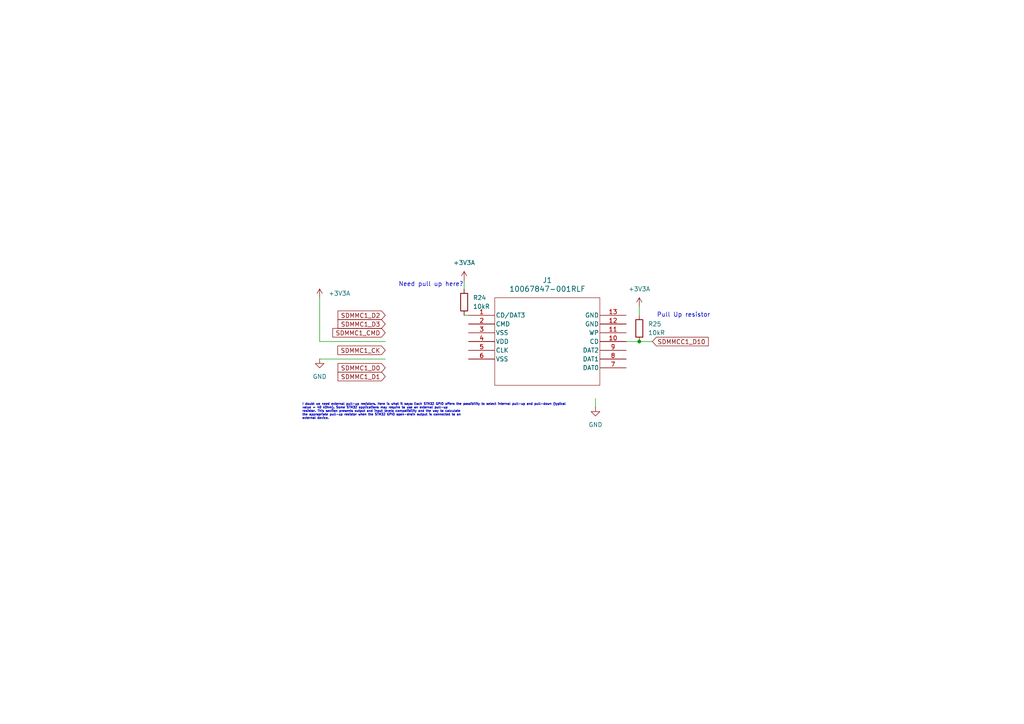
<source format=kicad_sch>
(kicad_sch (version 20250114) (generator "eeschema") (generator_version "9.0")
  (paper "A4")
  (lib_symbols
    (symbol "Device:R" (pin_numbers (hide yes)) (pin_names (offset 0))
      (property "Reference" "R" (at 2.032 0 90))
      (property "Value" "R" (at 0 0 90))
      (symbol "R_0_1"
        (rectangle (start -1.016 -2.54) (end 1.016 2.54) (stroke (width 0.254)))
      )
      (symbol "R_1_1"
        (pin passive line (at 0 3.81 270) (length 1.27) (name "~") (number "1"))
        (pin passive line (at 0 -3.81 90) (length 1.27) (name "~") (number "2"))
      )
    )
    (symbol "SRAD-Avionics:10067847-001RLF" (pin_names (offset 0.254))
      (property "Reference" "J" (at 22.86 10.16 0))
      (property "Value" "10067847-001RLF" (at 22.86 7.62 0))
      (symbol "10067847-001RLF_0_1"
        (polyline (pts (xy 7.62 5.08) (xy 7.62 -20.32)) (stroke (width 0.127)))
        (polyline (pts (xy 7.62 -20.32) (xy 38.1 -20.32)) (stroke (width 0.127)))
        (polyline (pts (xy 38.1 5.08) (xy 7.62 5.08)) (stroke (width 0.127)))
        (polyline (pts (xy 38.1 -20.32) (xy 38.1 5.08)) (stroke (width 0.127)))
        (pin unspecified line (at 0 0 0) (length 7.62) (name "CD/DAT3") (number "1"))
        (pin unspecified line (at 0 -2.54 0) (length 7.62) (name "CMD") (number "2"))
        (pin power_out line (at 0 -5.08 0) (length 7.62) (name "VSS") (number "3"))
        (pin power_in line (at 0 -7.62 0) (length 7.62) (name "VDD") (number "4"))
        (pin unspecified line (at 0 -10.16 0) (length 7.62) (name "CLK") (number "5"))
        (pin power_out line (at 0 -12.7 0) (length 7.62) (name "VSS") (number "6"))
        (pin power_out line (at 45.72 0 180) (length 7.62) (name "GND") (number "13"))
        (pin power_out line (at 45.72 -2.54 180) (length 7.62) (name "GND") (number "12"))
        (pin unspecified line (at 45.72 -5.08 180) (length 7.62) (name "WP") (number "11"))
        (pin unspecified line (at 45.72 -7.62 180) (length 7.62) (name "CD") (number "10"))
        (pin bidirectional line (at 45.72 -10.16 180) (length 7.62) (name "DAT2") (number "9"))
        (pin bidirectional line (at 45.72 -12.7 180) (length 7.62) (name "DAT1") (number "8"))
        (pin bidirectional line (at 45.72 -15.24 180) (length 7.62) (name "DAT0") (number "7"))
      )
    )
    (symbol "power:+3V3" (power) (pin_numbers (hide yes)) (pin_names (offset 0) (hide yes))
      (property "Value" "+3V3" (at 0 3.556 0))
      (symbol "+3V3_0_1"
        (polyline (pts (xy -0.762 1.27) (xy 0 2.54)))
        (polyline (pts (xy 0 2.54) (xy 0.762 1.27)))
        (polyline (pts (xy 0 0) (xy 0 2.54)))
      )
      (symbol "+3V3_1_1"
        (pin power_in line (at 0 0 90) (length 0) (name "~") (number "1"))
      )
    )
    (symbol "power:GND" (power) (pin_numbers (hide yes)) (pin_names (offset 0) (hide yes))
      (property "Value" "GND" (at 0 -3.81 0))
      (symbol "GND_0_1"
        (polyline (pts (xy 0 0) (xy 0 -1.27) (xy 1.27 -1.27) (xy 0 -2.54) (xy -1.27 -1.27) (xy 0 -1.27)))
      )
      (symbol "GND_1_1"
        (pin power_in line (at 0 0 270) (length 0) (name "~") (number "1"))
      )
    )
  )
  (text "I doubt we need external pull-up resistors. Here is what it says: Each STM32 GPIO offers the possibility to select internal pull-up and pull-down (typical\nvalue = 40 kOhm). Some STM32 applications may require to use an external pull-up\nresistor. This section presents output and input levels compatibility and the way to calculate\nthe appropriate pull-up resistor when the STM32 GPIO open-drain output is connected to an\nexternal device." (at 87.63 119.38 0) (effects (font (size 0.635 0.635)) (justify left)))
  (text "Pull Up resistor\n" (at 190.5 91.44 0) (effects (font (size 1.27 1.27)) (justify left)))
  (text "Need pull up here?" (at 115.57 82.55 0) (effects (font (size 1.27 1.27)) (justify left)))
  (junction (at 185.42 99.06))
  (wire (pts (xy 185.42 99.06) (xy 189.23 99.06)))
  (wire (pts (xy 92.71 86.36) (xy 92.71 99.06)))
  (wire (pts (xy 181.61 99.06) (xy 185.42 99.06)))
  (wire (pts (xy 185.42 88.9) (xy 185.42 91.44)))
  (wire (pts (xy 92.71 104.14) (xy 111.76 104.14)))
  (wire (pts (xy 111.76 99.06) (xy 92.71 99.06)))
  (wire (pts (xy 134.62 91.44) (xy 135.89 91.44)))
  (wire (pts (xy 172.72 115.57) (xy 172.72 118.11)))
  (wire (pts (xy 134.62 81.28) (xy 134.62 83.82)))
  (global_label "SDMMC1_D3" (shape input) (at 111.76 93.98 180) (property "Intersheetrefs" "${INTERSHEET_REFS}" (effects (hide yes))))
  (global_label "SDMMC1_CK" (shape input) (at 111.76 101.6 180) (property "Intersheetrefs" "${INTERSHEET_REFS}" (effects (hide yes))))
  (global_label "SDMMCC1_D10" (shape input) (at 189.23 99.06 0) (property "Intersheetrefs" "${INTERSHEET_REFS}" (effects (hide yes))))
  (global_label "SDMMC1_D2" (shape input) (at 111.76 91.44 180) (property "Intersheetrefs" "${INTERSHEET_REFS}" (effects (hide yes))))
  (global_label "SDMMC1_D0" (shape input) (at 111.76 106.68 180) (property "Intersheetrefs" "${INTERSHEET_REFS}" (effects (hide yes))))
  (global_label "SDMMC1_CMD" (shape input) (at 111.76 96.52 180) (property "Intersheetrefs" "${INTERSHEET_REFS}" (effects (hide yes))))
  (global_label "SDMMC1_D1" (shape input) (at 111.76 109.22 180) (property "Intersheetrefs" "${INTERSHEET_REFS}" (effects (hide yes))))
  (symbol (lib_id "power:+3V3") (at 185.42 88.9 0) (unit 1)
    (property "Reference" "#PWR0107" (effects (hide yes)))
    (property "Value" "+3V3A" (at 185.42 83.82 0))
    (property "Description" "Power symbol creates a global label with name \"+3V3\"" (effects (hide yes)))
  )
  (symbol (lib_id "power:GND") (at 172.72 118.11 0) (unit 1)
    (property "Reference" "#PWR019" (effects (hide yes)))
    (property "Value" "GND" (at 172.72 123.19 0))
    (property "Description" "Power symbol creates a global label with name \"GND\" , ground" (effects (hide yes)))
  )
  (symbol (lib_id "power:GND") (at 92.71 104.14 0) (unit 1)
    (property "Reference" "#PWR021" (effects (hide yes)))
    (property "Value" "GND" (at 92.71 109.22 0))
    (property "Description" "Power symbol creates a global label with name \"GND\" , ground" (effects (hide yes)))
  )
  (symbol (lib_id "SRAD-Avionics:10067847-001RLF") (at 135.89 91.44 0) (unit 1)
    (property "Reference" "J1" (at 158.75 81.28 0) (effects (font (size 1.524 1.524))))
    (property "Value" "10067847-001RLF" (at 158.75 83.82 0) (effects (font (size 1.524 1.524))))
    (property "Footprint" "10067847-001RLF_AMP" (effects (hide yes)))
    (property "Datasheet" "10067847-001RLF" (effects (hide yes)))
  )
  (symbol (lib_id "power:+3V3") (at 92.71 86.36 0) (unit 1)
    (property "Reference" "#PWR020" (effects (hide yes)))
    (property "Value" "+3V3A" (at 95.25 85.0899 0) (effects (justify left)))
    (property "Description" "Power symbol creates a global label with name \"+3V3\"" (effects (hide yes)))
  )
  (symbol (lib_id "power:+3V3") (at 134.62 81.28 0) (unit 1)
    (property "Reference" "#PWR0106" (effects (hide yes)))
    (property "Value" "+3V3A" (at 134.62 76.2 0))
    (property "Description" "Power symbol creates a global label with name \"+3V3\"" (effects (hide yes)))
  )
  (symbol (lib_id "Device:R") (at 185.42 95.25 0) (unit 1)
    (property "Reference" "R25" (at 187.96 93.9799 0) (effects (justify left)))
    (property "Value" "10kR" (at 187.96 96.5199 0) (effects (justify left)))
    (property "Description" "Resistor" (effects (hide yes)))
  )
  (symbol (lib_id "Device:R") (at 134.62 87.63 0) (unit 1)
    (property "Reference" "R24" (at 137.16 86.3599 0) (effects (justify left)))
    (property "Value" "10kR" (at 137.16 88.8999 0) (effects (justify left)))
    (property "Description" "Resistor" (effects (hide yes)))
  )
)
</source>
